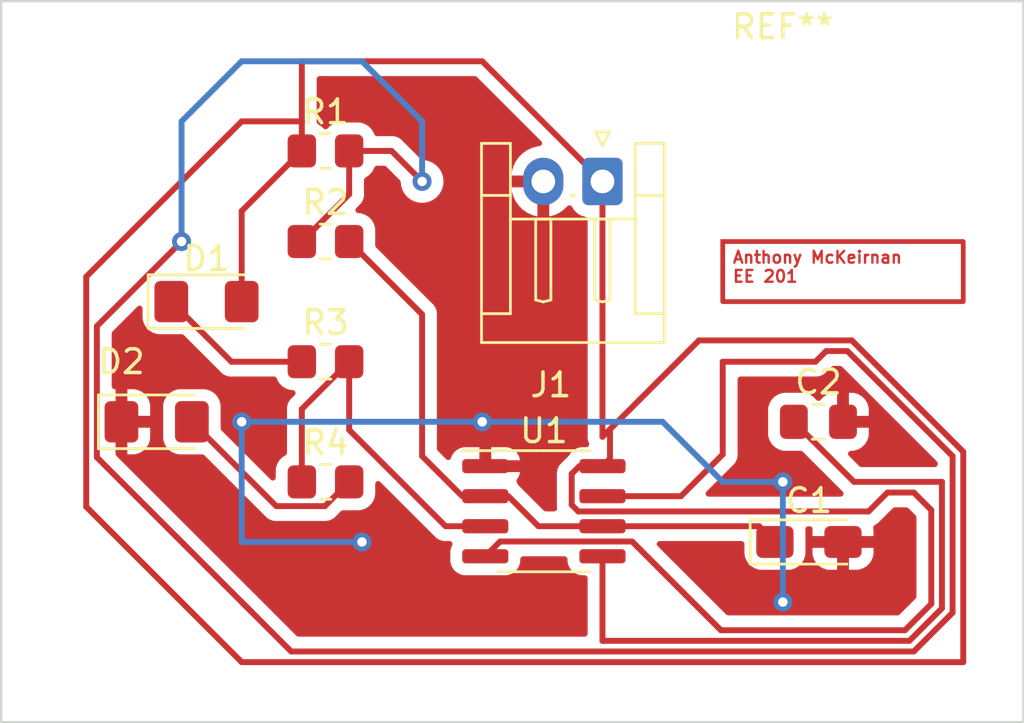
<source format=kicad_pcb>
(kicad_pcb (version 20221018) (generator pcbnew)
  (layers (0 "F.Cu" signal) (31 "B.Cu" signal) (34 "B.Paste" user) (35 "F.Paste" user) (36 "B.SilkS" user "B.Silkscreen") (37 "F.SilkS" user "F.Silkscreen") (38 "B.Mask" user) (39 "F.Mask" user) (44 "Edge.Cuts" user))
  (net 0 "")
  (net 1 "/pin_2")
  (net 2 "GND")
  (net 3 "Net-(U1-CV)")
  (net 4 "Net-(D1-K)")
  (net 5 "+9V")
  (net 6 "Net-(D2-A)")
  (net 7 "/pin_7")
  (net 8 "/pin_3")
  (footprint "Capacitor_SMD:C_0805_2012Metric_Pad1.18x1.45mm_HandSolder" (layer "F.Cu") (at 123.4225 96.52)
    (fp_text reference "C2" (at 0 -1.68) (layer "F.SilkS"))
    (fp_text value "C")
    (fp_line (start -0.261252 -0.735) (end 0.261252 -0.735) (stroke (width 0.12)) (layer "F.SilkS"))
    (fp_line (start -0.261252 0.735) (end 0.261252 0.735) (stroke (width 0.12)) (layer "F.SilkS"))
    (pad "1" smd roundrect (at -1.0375 0) (size 1.175 1.45) (layers "F.Cu" "F.Paste" "F.Mask") (roundrect_rratio 0.2127659574) (net 3 "Net-(U1-CV)"))
    (pad "2" smd roundrect (at 1.0375 0) (size 1.175 1.45) (layers "F.Cu" "F.Paste" "F.Mask") (roundrect_rratio 0.2127659574) (net 2 "GND"))
  )
  (footprint "Resistor_SMD:R_0805_2012Metric_Pad1.20x1.40mm_HandSolder" (layer "F.Cu") (at 102.6 93.98)
    (fp_text reference "R3" (at 0 -1.65) (layer "F.SilkS"))
    (fp_text value "1k")
    (fp_line (start -0.227064 -0.735) (end 0.227064 -0.735) (stroke (width 0.12)) (layer "F.SilkS"))
    (fp_line (start -0.227064 0.735) (end 0.227064 0.735) (stroke (width 0.12)) (layer "F.SilkS"))
    (pad "1" smd roundrect (at -1 0) (size 1.2 1.4) (layers "F.Cu" "F.Paste" "F.Mask") (roundrect_rratio 0.2083333333) (net 4 "Net-(D1-K)"))
    (pad "2" smd roundrect (at 1 0) (size 1.2 1.4) (layers "F.Cu" "F.Paste" "F.Mask") (roundrect_rratio 0.2083333333) (net 8 "/pin_3"))
  )
  (footprint "Connector_JST:JST_EH_S2B-EH_1x02_P2.50mm_Horizontal" (layer "F.Cu") (at 114.3 86.36 180)
    (fp_text reference "J1" (at 2.18 -8.6) (layer "F.SilkS"))
    (fp_text value "Conn_01x02_Pin")
    (fp_line (start -2.61 -6.81) (end 5.11 -6.81) (stroke (width 0.12)) (layer "F.SilkS"))
    (fp_line (start -2.61 -5.59) (end -1.39 -5.59) (stroke (width 0.12)) (layer "F.SilkS"))
    (fp_line (start -2.61 1.61) (end -2.61 -6.81) (stroke (width 0.12)) (layer "F.SilkS"))
    (fp_line (start -1.39 -5.59) (end -1.39 -0.59) (stroke (width 0.12)) (layer "F.SilkS"))
    (fp_line (start -1.39 -1.59) (end 3.89 -1.59) (stroke (width 0.12)) (layer "F.SilkS"))
    (fp_line (start -1.39 -0.59) (end -2.61 -0.59) (stroke (width 0.12)) (layer "F.SilkS"))
    (fp_line (start -1.39 -0.59) (end -1.39 1.61) (stroke (width 0.12)) (layer "F.SilkS"))
    (fp_line (start -1.39 1.61) (end -2.61 1.61) (stroke (width 0.12)) (layer "F.SilkS"))
    (fp_line (start -0.32 -5.01) (end 0 -5.09) (stroke (width 0.12)) (layer "F.SilkS"))
    (fp_line (start -0.32 -1.59) (end -0.32 -5.01) (stroke (width 0.12)) (layer "F.SilkS"))
    (fp_line (start -0.3 2.1) (end 0.3 2.1) (stroke (width 0.12)) (layer "F.SilkS"))
    (fp_line (start 0 -5.09) (end 0.32 -5.01) (stroke (width 0.12)) (layer "F.SilkS"))
    (fp_line (start 0 -1.59) (end -0.32 -1.59) (stroke (width 0.12)) (layer "F.SilkS"))
    (fp_line (start 0 1.5) (end -0.3 2.1) (stroke (width 0.12)) (layer "F.SilkS"))
    (fp_line (start 0.3 2.1) (end 0 1.5) (stroke (width 0.12)) (layer "F.SilkS"))
    (fp_line (start 0.32 -5.01) (end 0.32 -1.59) (stroke (width 0.12)) (layer "F.SilkS"))
    (fp_line (start 0.32 -1.59) (end 0 -1.59) (stroke (width 0.12)) (layer "F.SilkS"))
    (fp_line (start 1.17 -0.59) (end 1.33 -0.59) (stroke (width 0.12)) (layer "F.SilkS"))
    (fp_line (start 2.18 -5.01) (end 2.5 -5.09) (stroke (width 0.12)) (layer "F.SilkS"))
    (fp_line (start 2.18 -1.59) (end 2.18 -5.01) (stroke (width 0.12)) (layer "F.SilkS"))
    (fp_line (start 2.5 -5.09) (end 2.82 -5.01) (stroke (width 0.12)) (layer "F.SilkS"))
    (fp_line (start 2.5 -1.59) (end 2.18 -1.59) (stroke (width 0.12)) (layer "F.SilkS"))
    (fp_line (start 2.82 -5.01) (end 2.82 -1.59) (stroke (width 0.12)) (layer "F.SilkS"))
    (fp_line (start 2.82 -1.59) (end 2.5 -1.59) (stroke (width 0.12)) (layer "F.SilkS"))
    (fp_line (start 3.89 -5.59) (end 3.89 -0.59) (stroke (width 0.12)) (layer "F.SilkS"))
    (fp_line (start 3.89 -0.59) (end 5.11 -0.59) (stroke (width 0.12)) (layer "F.SilkS"))
    (fp_line (start 3.89 1.61) (end 3.89 -0.59) (stroke (width 0.12)) (layer "F.SilkS"))
    (fp_line (start 5.11 -6.81) (end 5.11 1.61) (stroke (width 0.12)) (layer "F.SilkS"))
    (fp_line (start 5.11 -5.59) (end 3.89 -5.59) (stroke (width 0.12)) (layer "F.SilkS"))
    (fp_line (start 5.11 1.61) (end 3.89 1.61) (stroke (width 0.12)) (layer "F.SilkS"))
    (pad "1" thru_hole roundrect (at 0 0 180) (size 1.7 2) (drill 1) (layers "*.Cu" "*.Mask") (roundrect_rratio 0.1470588235) (net 5 "+9V"))
    (pad "2" thru_hole oval (at 2.5 0 180) (size 1.7 2) (drill 1) (layers "*.Cu" "*.Mask") (net 2 "GND"))
  )
  (footprint "MountingHole:MountingHole_3mm" (layer "F.Cu") (at 121.92 83.82)
    (fp_text reference "REF**" (at 0 -4) (layer "F.SilkS"))
    (fp_text value "MountingHole_3mm")
    (pad "" np_thru_hole circle (at 0 0) (size 3 3) (drill 3) (layers "*.Cu" "*.Mask"))
  )
  (footprint "Capacitor_Tantalum_SMD:CP_EIA-3216-18_Kemet-A_Pad1.58x1.35mm_HandSolder" (layer "F.Cu") (at 123.0225 101.6)
    (fp_text reference "C1" (at 0 -1.75) (layer "F.SilkS"))
    (fp_text value "C")
    (fp_line (start -2.485 -0.935) (end -2.485 0.935) (stroke (width 0.12)) (layer "F.SilkS"))
    (fp_line (start -2.485 0.935) (end 1.6 0.935) (stroke (width 0.12)) (layer "F.SilkS"))
    (fp_line (start 1.6 -0.935) (end -2.485 -0.935) (stroke (width 0.12)) (layer "F.SilkS"))
    (pad "1" smd roundrect (at -1.4375 0) (size 1.575 1.35) (layers "F.Cu" "F.Paste" "F.Mask") (roundrect_rratio 0.1851851852) (net 1 "/pin_2"))
    (pad "2" smd roundrect (at 1.4375 0) (size 1.575 1.35) (layers "F.Cu" "F.Paste" "F.Mask") (roundrect_rratio 0.1851851852) (net 2 "GND"))
  )
  (footprint "Resistor_SMD:R_0805_2012Metric_Pad1.20x1.40mm_HandSolder" (layer "F.Cu") (at 102.6 88.9)
    (fp_text reference "R2" (at 0 -1.65) (layer "F.SilkS"))
    (fp_text value "1k")
    (fp_line (start -0.227064 -0.735) (end 0.227064 -0.735) (stroke (width 0.12)) (layer "F.SilkS"))
    (fp_line (start -0.227064 0.735) (end 0.227064 0.735) (stroke (width 0.12)) (layer "F.SilkS"))
    (pad "1" smd roundrect (at -1 0) (size 1.2 1.4) (layers "F.Cu" "F.Paste" "F.Mask") (roundrect_rratio 0.2083333333) (net 7 "/pin_7"))
    (pad "2" smd roundrect (at 1 0) (size 1.2 1.4) (layers "F.Cu" "F.Paste" "F.Mask") (roundrect_rratio 0.2083333333) (net 1 "/pin_2"))
  )
  (footprint "Package_SO:SOIC-8_3.9x4.9mm_P1.27mm" (layer "F.Cu") (at 111.825 100.3)
    (fp_text reference "U1" (at 0 -3.4) (layer "F.SilkS"))
    (fp_text value "NE555D")
    (fp_line (start 0 -2.56) (end -3.45 -2.56) (stroke (width 0.12)) (layer "F.SilkS"))
    (fp_line (start 0 -2.56) (end 1.95 -2.56) (stroke (width 0.12)) (layer "F.SilkS"))
    (fp_line (start 0 2.56) (end -1.95 2.56) (stroke (width 0.12)) (layer "F.SilkS"))
    (fp_line (start 0 2.56) (end 1.95 2.56) (stroke (width 0.12)) (layer "F.SilkS"))
    (pad "1" smd roundrect (at -2.475 -1.905) (size 1.95 0.6) (layers "F.Cu" "F.Paste" "F.Mask") (net 2 "GND"))
    (pad "2" smd roundrect (at -2.475 -0.635) (size 1.95 0.6) (layers "F.Cu" "F.Paste" "F.Mask") (net 1 "/pin_2"))
    (pad "3" smd roundrect (at -2.475 0.635) (size 1.95 0.6) (layers "F.Cu" "F.Paste" "F.Mask") (net 8 "/pin_3"))
    (pad "4" smd roundrect (at -2.475 1.905) (size 1.95 0.6) (layers "F.Cu" "F.Paste" "F.Mask") (net 5 "+9V"))
    (pad "5" smd roundrect (at 2.475 1.905) (size 1.95 0.6) (layers "F.Cu" "F.Paste" "F.Mask") (net 3 "Net-(U1-CV)"))
    (pad "6" smd roundrect (at 2.475 0.635) (size 1.95 0.6) (layers "F.Cu" "F.Paste" "F.Mask") (net 1 "/pin_2"))
    (pad "7" smd roundrect (at 2.475 -0.635) (size 1.95 0.6) (layers "F.Cu" "F.Paste" "F.Mask") (net 7 "/pin_7"))
    (pad "8" smd roundrect (at 2.475 -1.905) (size 1.95 0.6) (layers "F.Cu" "F.Paste" "F.Mask") (net 5 "+9V"))
  )
  (footprint "Resistor_SMD:R_0805_2012Metric_Pad1.20x1.40mm_HandSolder" (layer "F.Cu") (at 102.6 99.06)
    (fp_text reference "R4" (at 0 -1.65) (layer "F.SilkS"))
    (fp_text value "1k")
    (fp_line (start -0.227064 -0.735) (end 0.227064 -0.735) (stroke (width 0.12)) (layer "F.SilkS"))
    (fp_line (start -0.227064 0.735) (end 0.227064 0.735) (stroke (width 0.12)) (layer "F.SilkS"))
    (pad "1" smd roundrect (at -1 0) (size 1.2 1.4) (layers "F.Cu" "F.Paste" "F.Mask") (roundrect_rratio 0.2083333333) (net 8 "/pin_3"))
    (pad "2" smd roundrect (at 1 0) (size 1.2 1.4) (layers "F.Cu" "F.Paste" "F.Mask") (roundrect_rratio 0.2083333333) (net 6 "Net-(D2-A)"))
  )
  (footprint "LED_SMD:LED_1206_3216Metric_Pad1.42x1.75mm_HandSolder" (layer "F.Cu") (at 95.4675 96.52)
    (fp_text reference "D2" (at -1.4875 -2.54) (layer "F.SilkS"))
    (fp_text value "LED")
    (fp_line (start -2.46 -1.135) (end -2.46 1.135) (stroke (width 0.12)) (layer "F.SilkS"))
    (fp_line (start -2.46 1.135) (end 1.6 1.135) (stroke (width 0.12)) (layer "F.SilkS"))
    (fp_line (start 1.6 -1.135) (end -2.46 -1.135) (stroke (width 0.12)) (layer "F.SilkS"))
    (pad "1" smd roundrect (at -1.4875 0) (size 1.425 1.75) (layers "F.Cu" "F.Paste" "F.Mask") (roundrect_rratio 0.1754392982) (net 2 "GND"))
    (pad "2" smd roundrect (at 1.4875 0) (size 1.425 1.75) (layers "F.Cu" "F.Paste" "F.Mask") (roundrect_rratio 0.1754392982) (net 6 "Net-(D2-A)"))
  )
  (footprint "LED_SMD:LED_1206_3216Metric_Pad1.42x1.75mm_HandSolder" (layer "F.Cu") (at 97.5725 91.44)
    (fp_text reference "D1" (at 0 -1.82) (layer "F.SilkS"))
    (fp_text value "LED")
    (fp_line (start -2.46 -1.135) (end -2.46 1.135) (stroke (width 0.12)) (layer "F.SilkS"))
    (fp_line (start -2.46 1.135) (end 1.6 1.135) (stroke (width 0.12)) (layer "F.SilkS"))
    (fp_line (start 1.6 -1.135) (end -2.46 -1.135) (stroke (width 0.12)) (layer "F.SilkS"))
    (pad "1" smd roundrect (at -1.4875 0) (size 1.425 1.75) (layers "F.Cu" "F.Paste" "F.Mask") (roundrect_rratio 0.1754392982) (net 4 "Net-(D1-K)"))
    (pad "2" smd roundrect (at 1.4875 0) (size 1.425 1.75) (layers "F.Cu" "F.Paste" "F.Mask") (roundrect_rratio 0.1754392982) (net 5 "+9V"))
  )
  (footprint "Resistor_SMD:R_0805_2012Metric_Pad1.20x1.40mm_HandSolder" (layer "F.Cu") (at 102.6 85.07)
    (fp_text reference "R1" (at 0 -1.65) (layer "F.SilkS"))
    (fp_text value "1k")
    (fp_line (start -0.227064 -0.735) (end 0.227064 -0.735) (stroke (width 0.12)) (layer "F.SilkS"))
    (fp_line (start -0.227064 0.735) (end 0.227064 0.735) (stroke (width 0.12)) (layer "F.SilkS"))
    (pad "1" smd roundrect (at -1 0) (size 1.2 1.4) (layers "F.Cu" "F.Paste" "F.Mask") (roundrect_rratio 0.2083333333) (net 5 "+9V"))
    (pad "2" smd roundrect (at 1 0) (size 1.2 1.4) (layers "F.Cu" "F.Paste" "F.Mask") (roundrect_rratio 0.2083333333) (net 7 "/pin_7"))
  )
  (gr_rect (start 88.9 78.74) (end 132.08 109.22) (stroke (width 0.1)) (fill none) (layer "Edge.Cuts"))
  (gr_text_box "Anthony McKeirnan\nEE 201" (start 119.38 88.9) (end 129.54 91.44) (layer "F.Cu") (effects (font (size 0.5 0.5) (thickness 0.1) bold) (justify left top)) (stroke (width 0.2)))
  (segment (start 113.665 100.935) (end 114.3 100.935) (width 0.25) (layer "F.Cu") (net 1))
  (segment (start 110.325 99.665) (end 111.595 100.935) (width 0.25) (layer "F.Cu") (net 1))
  (segment (start 106.68 97.97) (end 106.68 91.98) (width 0.25) (layer "F.Cu") (net 1))
  (segment (start 114.3 100.935) (end 120.92 100.935) (width 0.25) (layer "F.Cu") (net 1))
  (segment (start 111.595 100.935) (end 114.3 100.935) (width 0.25) (layer "F.Cu") (net 1))
  (segment (start 120.92 100.935) (end 121.585 101.6) (width 0.25) (layer "F.Cu") (net 1))
  (segment (start 108.375 99.665) (end 106.68 97.97) (width 0.25) (layer "F.Cu") (net 1))
  (segment (start 106.68 91.98) (end 103.6 88.9) (width 0.25) (layer "F.Cu") (net 1))
  (via (at 121.92 99.06) (size 0.8) (drill 0.4) (layers "F.Cu" "B.Cu") (net 2))
  (via (at 99.06 96.52) (size 0.8) (drill 0.4) (layers "F.Cu" "B.Cu") (net 2))
  (via (at 109.22 96.52) (size 0.8) (drill 0.4) (layers "F.Cu" "B.Cu") (net 2))
  (via (at 104.14 101.6) (size 0.8) (drill 0.4) (layers "F.Cu" "B.Cu") (net 2))
  (via (at 121.92 104.14) (size 0.8) (drill 0.4) (layers "F.Cu" "B.Cu") (net 2))
  (segment (start 119.38 99.06) (end 116.84 96.52) (width 0.25) (layer "B.Cu") (net 2))
  (segment (start 116.84 96.52) (end 109.22 96.52) (width 0.25) (layer "B.Cu") (net 2))
  (segment (start 99.06 96.52) (end 109.22 96.52) (width 0.25) (layer "B.Cu") (net 2))
  (segment (start 121.92 99.06) (end 121.92 104.14) (width 0.25) (layer "B.Cu") (net 2))
  (segment (start 121.92 99.06) (end 119.38 99.06) (width 0.25) (layer "B.Cu") (net 2))
  (segment (start 104.14 101.6) (end 99.06 101.6) (width 0.25) (layer "B.Cu") (net 2))
  (segment (start 99.06 101.6) (end 99.06 96.52) (width 0.25) (layer "B.Cu") (net 2))
  (segment (start 128.64 99.06) (end 128.64 104.403604) (width 0.25) (layer "F.Cu") (net 3))
  (segment (start 114.3 105.78) (end 114.3 102.205) (width 0.25) (layer "F.Cu") (net 3))
  (segment (start 127.263604 105.78) (end 114.3 105.78) (width 0.25) (layer "F.Cu") (net 3))
  (segment (start 124.925 99.06) (end 128.64 99.06) (width 0.25) (layer "F.Cu") (net 3))
  (segment (start 122.385 96.52) (end 124.925 99.06) (width 0.25) (layer "F.Cu") (net 3))
  (segment (start 128.64 104.403604) (end 127.263604 105.78) (width 0.25) (layer "F.Cu") (net 3))
  (segment (start 98.625 93.98) (end 101.6 93.98) (width 0.25) (layer "F.Cu") (net 4))
  (segment (start 96.085 91.44) (end 98.625 93.98) (width 0.25) (layer "F.Cu") (net 4))
  (segment (start 113.325 98.395) (end 114.3 98.395) (width 0.25) (layer "F.Cu") (net 5))
  (segment (start 99.06 83.82) (end 101.6 83.82) (width 0.25) (layer "F.Cu") (net 5))
  (segment (start 113 100.031752) (end 113 98.72) (width 0.25) (layer "F.Cu") (net 5))
  (segment (start 101.6 81.28) (end 109.22 81.28) (width 0.25) (layer "F.Cu") (net 5))
  (segment (start 99.06 106.68) (end 92.4925 100.1125) (width 0.25) (layer "F.Cu") (net 5))
  (segment (start 114.6175 96.8375) (end 118.375 93.08) (width 0.25) (layer "F.Cu") (net 5))
  (segment (start 114.3 97.155) (end 114.6175 96.8375) (width 0.25) (layer "F.Cu") (net 5))
  (segment (start 113 98.72) (end 113.325 98.395) (width 0.25) (layer "F.Cu") (net 5))
  (segment (start 99.06 87.61) (end 99.06 91.44) (width 0.25) (layer "F.Cu") (net 5))
  (segment (start 113.278248 100.31) (end 113 100.031752) (width 0.25) (layer "F.Cu") (net 5))
  (segment (start 114.6175 98.0775) (end 114.6175 96.8375) (width 0.25) (layer "F.Cu") (net 5))
  (segment (start 114.3 97.155) (end 114.3 86.36) (width 0.25) (layer "F.Cu") (net 5))
  (segment (start 114.3 98.395) (end 114.6175 98.0775) (width 0.25) (layer "F.Cu") (net 5))
  (segment (start 101.6 83.82) (end 101.6 81.28) (width 0.25) (layer "F.Cu") (net 5))
  (segment (start 115.551396 101.58) (end 119.301396 105.33) (width 0.25) (layer "F.Cu") (net 5))
  (segment (start 127.45 99.51) (end 126.338604 99.51) (width 0.25) (layer "F.Cu") (net 5))
  (segment (start 124.832792 93.08) (end 129.54 97.787208) (width 0.25) (layer "F.Cu") (net 5))
  (segment (start 109.35 102.205) (end 109.975 101.58) (width 0.25) (layer "F.Cu") (net 5))
  (segment (start 128.19 100.25) (end 127.45 99.51) (width 0.25) (layer "F.Cu") (net 5))
  (segment (start 125.538604 100.31) (end 113.278248 100.31) (width 0.25) (layer "F.Cu") (net 5))
  (segment (start 92.4925 100.1125) (end 92.4925 90.3875) (width 0.25) (layer "F.Cu") (net 5))
  (segment (start 101.6 85.07) (end 101.6 83.82) (width 0.25) (layer "F.Cu") (net 5))
  (segment (start 129.54 97.787208) (end 129.54 106.68) (width 0.25) (layer "F.Cu") (net 5))
  (segment (start 101.6 85.07) (end 99.06 87.61) (width 0.25) (layer "F.Cu") (net 5))
  (segment (start 109.22 81.28) (end 114.3 86.36) (width 0.25) (layer "F.Cu") (net 5))
  (segment (start 119.301396 105.33) (end 127.077208 105.33) (width 0.25) (layer "F.Cu") (net 5))
  (segment (start 118.375 93.08) (end 124.832792 93.08) (width 0.25) (layer "F.Cu") (net 5))
  (segment (start 128.19 104.217208) (end 128.19 100.25) (width 0.25) (layer "F.Cu") (net 5))
  (segment (start 92.4925 90.3875) (end 99.06 83.82) (width 0.25) (layer "F.Cu") (net 5))
  (segment (start 129.54 106.68) (end 99.06 106.68) (width 0.25) (layer "F.Cu") (net 5))
  (segment (start 126.338604 99.51) (end 125.538604 100.31) (width 0.25) (layer "F.Cu") (net 5))
  (segment (start 109.975 101.58) (end 115.551396 101.58) (width 0.25) (layer "F.Cu") (net 5))
  (segment (start 127.077208 105.33) (end 128.19 104.217208) (width 0.25) (layer "F.Cu") (net 5))
  (segment (start 102.575 100.085) (end 100.52 100.085) (width 0.25) (layer "F.Cu") (net 6))
  (segment (start 103.6 99.06) (end 102.575 100.085) (width 0.25) (layer "F.Cu") (net 6))
  (segment (start 100.52 100.085) (end 96.955 96.52) (width 0.25) (layer "F.Cu") (net 6))
  (segment (start 117.614326 99.665) (end 119.38 97.899326) (width 0.25) (layer "F.Cu") (net 7))
  (segment (start 101.15 106.23) (end 99.06 104.14) (width 0.25) (layer "F.Cu") (net 7))
  (segment (start 129.09 104.59) (end 127.45 106.23) (width 0.25) (layer "F.Cu") (net 7))
  (segment (start 113.665 99.665) (end 114.3 99.665) (width 0.25) (layer "F.Cu") (net 7))
  (segment (start 119.38 93.98) (end 123.299326 93.98) (width 0.25) (layer "F.Cu") (net 7))
  (segment (start 92.9425 92.4775) (end 92.9425 98.0225) (width 0.25) (layer "F.Cu") (net 7))
  (segment (start 119.38 97.899326) (end 119.38 93.98) (width 0.25) (layer "F.Cu") (net 7))
  (segment (start 127.45 106.23) (end 101.15 106.23) (width 0.25) (layer "F.Cu") (net 7))
  (segment (start 114.3 99.665) (end 117.614326 99.665) (width 0.25) (layer "F.Cu") (net 7))
  (segment (start 124.646396 93.53) (end 129.09 97.973604) (width 0.25) (layer "F.Cu") (net 7))
  (segment (start 103.6 86.9) (end 101.6 88.9) (width 0.25) (layer "F.Cu") (net 7))
  (segment (start 123.299326 93.98) (end 123.749326 93.53) (width 0.25) (layer "F.Cu") (net 7))
  (segment (start 103.6 85.07) (end 103.6 86.9) (width 0.25) (layer "F.Cu") (net 7))
  (segment (start 92.9425 98.0225) (end 99.51 104.59) (width 0.25) (layer "F.Cu") (net 7))
  (segment (start 103.6 85.07) (end 105.39 85.07) (width 0.25) (layer "F.Cu") (net 7))
  (segment (start 105.39 85.07) (end 106.68 86.36) (width 0.25) (layer "F.Cu") (net 7))
  (segment (start 96.52 88.9) (end 92.9425 92.4775) (width 0.25) (layer "F.Cu") (net 7))
  (segment (start 123.749326 93.53) (end 124.646396 93.53) (width 0.25) (layer "F.Cu") (net 7))
  (segment (start 129.09 97.973604) (end 129.09 104.59) (width 0.25) (layer "F.Cu") (net 7))
  (via (at 106.68 86.36) (size 0.8) (drill 0.4) (layers "F.Cu" "B.Cu") (net 7))
  (via (at 96.52 88.9) (size 0.8) (drill 0.4) (layers "F.Cu" "B.Cu") (net 7))
  (segment (start 96.52 83.82) (end 99.06 81.28) (width 0.25) (layer "B.Cu") (net 7))
  (segment (start 96.52 88.9) (end 96.52 83.82) (width 0.25) (layer "B.Cu") (net 7))
  (segment (start 104.14 81.28) (end 106.68 83.82) (width 0.25) (layer "B.Cu") (net 7))
  (segment (start 99.06 81.28) (end 104.14 81.28) (width 0.25) (layer "B.Cu") (net 7))
  (segment (start 106.68 83.82) (end 106.68 86.36) (width 0.25) (layer "B.Cu") (net 7))
  (segment (start 101.6 95.98) (end 103.6 93.98) (width 0.25) (layer "F.Cu") (net 8))
  (segment (start 101.6 99.06) (end 101.6 95.98) (width 0.25) (layer "F.Cu") (net 8))
  (segment (start 103.6 96.861752) (end 106.433248 99.695) (width 0.25) (layer "F.Cu") (net 8))
  (segment (start 103.6 93.98) (end 103.6 96.861752) (width 0.25) (layer "F.Cu") (net 8))
  (segment (start 107.673248 100.935) (end 109.35 100.935) (width 0.25) (layer "F.Cu") (net 8))
  (segment (start 106.433248 99.695) (end 107.673248 100.935) (width 0.25) (layer "F.Cu") (net 8))
  (zone (net 2) (net_name "GND") (layer "F.Cu") (priority 2) (connect_pads (clearance 0.5)) (min_thickness 0.25) (fill yes (thermal_gap 0.5) (thermal_bridge_width 0.5))
    (polygon (pts (xy 88.9 78.74) (xy 132.08 78.74) (xy 132.08 109.22) (xy 88.9 109.22)))
  )
)
</source>
